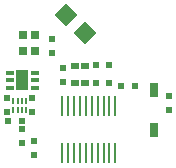
<source format=gbp>
%FSTAX23Y23*%
%MOIN*%
%SFA1B1*%

%IPPOS*%
%AMD57*
4,1,4,-0.038900,0.000000,0.000000,-0.038900,0.038900,0.000000,0.000000,0.038900,-0.038900,0.000000,0.0*
%
%ADD21R,0.021650X0.021650*%
%ADD23R,0.021650X0.021650*%
%ADD52R,0.025590X0.013780*%
%ADD53R,0.043310X0.066930*%
%ADD54R,0.027560X0.029530*%
%ADD55R,0.005910X0.019680*%
%ADD56R,0.009840X0.070870*%
G04~CAMADD=57~10~0.0~551.2~0.0~0.0~0.0~0.0~0~0.0~0.0~0.0~0.0~0~0.0~0.0~0.0~0.0~0~0.0~0.0~0.0~135.0~551.2~0.0*
%ADD57D57*%
%ADD58R,0.029530X0.047240*%
%ADD59R,0.025590X0.023620*%
%LNkoosh_main_board_v1_2-1*%
%LPD*%
G54D21*
X00463Y0031D03*
X00417D03*
X00086Y00195D03*
X0004D03*
X00332Y0032D03*
X00378D03*
X00332Y0038D03*
X00378D03*
G54D23*
X0012Y00224D03*
Y0027D03*
X00222Y00371D03*
Y00325D03*
X00575Y00278D03*
Y00232D03*
X00185Y00422D03*
Y00468D03*
X00038Y00271D03*
Y00225D03*
X00128Y00127D03*
Y00081D03*
X00086Y00122D03*
Y00168D03*
G54D52*
X00047Y00304D03*
Y0033D03*
Y00355D03*
X0013D03*
Y0033D03*
Y00304D03*
G54D53*
X00088Y0033D03*
G54D54*
X00129Y00481D03*
Y00428D03*
X0009D03*
Y00481D03*
G54D55*
X001Y00232D03*
X00086D03*
X00072D03*
X00058D03*
Y0026D03*
X00072D03*
X00086D03*
X001D03*
G54D56*
X00398Y00086D03*
Y00243D03*
X00378Y00086D03*
Y00243D03*
X00359Y00086D03*
Y00243D03*
X00339Y00086D03*
Y00243D03*
X00319Y00086D03*
Y00243D03*
X003Y00086D03*
Y00243D03*
X0028Y00086D03*
Y00243D03*
X0026Y00086D03*
Y00243D03*
X00241Y00086D03*
Y00243D03*
X00221Y00086D03*
Y00243D03*
G54D57*
X00295Y00486D03*
X00234Y00547D03*
G54D58*
X00525Y00163D03*
Y00296D03*
G54D59*
X00262Y00322D03*
X00297D03*
Y00377D03*
X00262D03*
M02*
</source>
